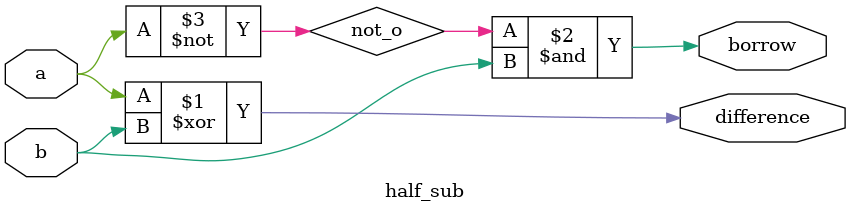
<source format=v>
/* Half sub declaration
saved in  file half_sub.v */
module half_sub(a,b,difference,borrow);
    input a, b;
    output difference, borrow;
    wire not_o;
    xor x1(difference, a, b);
    not n1(not_o, a);
    and a1(borrow, not_o, b);
endmodule

</source>
